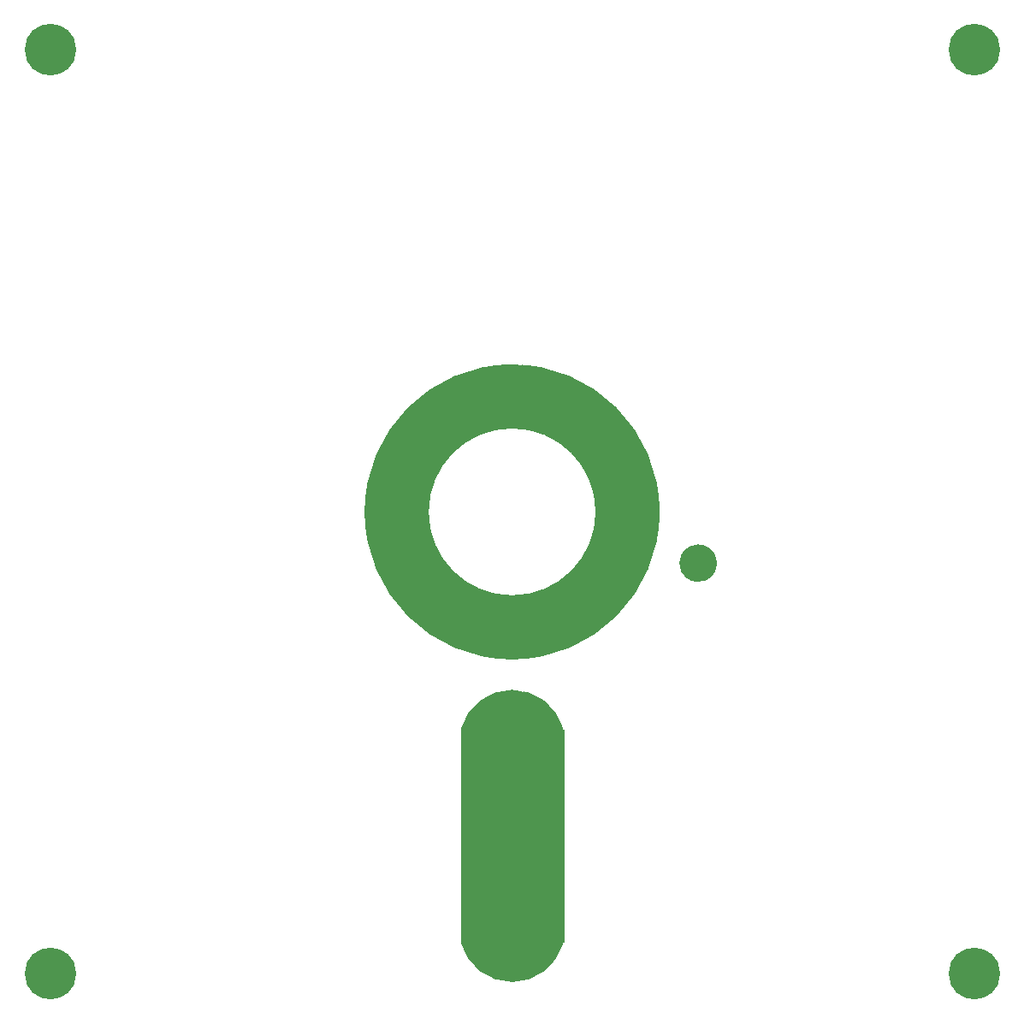
<source format=gbs>
G04 #@! TF.GenerationSoftware,KiCad,Pcbnew,(5.1.5)-3*
G04 #@! TF.CreationDate,2020-10-01T21:58:09+02:00*
G04 #@! TF.ProjectId,C64 Pi1541-II Backplate,43363420-5069-4313-9534-312d49492042,rev?*
G04 #@! TF.SameCoordinates,Original*
G04 #@! TF.FileFunction,Soldermask,Bot*
G04 #@! TF.FilePolarity,Negative*
%FSLAX46Y46*%
G04 Gerber Fmt 4.6, Leading zero omitted, Abs format (unit mm)*
G04 Created by KiCad (PCBNEW (5.1.5)-3) date 2020-10-01 21:58:09*
%MOMM*%
%LPD*%
G04 APERTURE LIST*
%ADD10C,3.800000*%
%ADD11C,1.250000*%
%ADD12C,0.100000*%
%ADD13C,1.150000*%
%ADD14C,5.100000*%
G04 APERTURE END LIST*
D10*
X131445000Y-103505000D02*
G75*
G03X131445000Y-103505000I-10160000J0D01*
G01*
D11*
X118110000Y-144780000D02*
G75*
G03X124460000Y-144780000I3175000J1270000D01*
G01*
X124460000Y-127000000D02*
G75*
G03X118110000Y-127000000I-3175000J-1270000D01*
G01*
X124460000Y-126365000D02*
G75*
G03X118110000Y-126365000I-3175000J-1270000D01*
G01*
X125577227Y-125918109D02*
G75*
G03X116840000Y-126365000I-4292227J-1716891D01*
G01*
X118110000Y-144145000D02*
G75*
G03X124460000Y-144145000I3175000J1270000D01*
G01*
X125730000Y-125095000D02*
G75*
G03X116840000Y-125095000I-4445000J-1270000D01*
G01*
X125730000Y-125730000D02*
G75*
G03X116840000Y-125730000I-4445000J-1270000D01*
G01*
X116840000Y-146050000D02*
G75*
G03X125730000Y-146050000I4445000J1270000D01*
G01*
D12*
G36*
X126365000Y-146050000D02*
G01*
X116205000Y-146050000D01*
X116205000Y-125095000D01*
X126365000Y-125095000D01*
X126365000Y-146050000D01*
G37*
X126365000Y-146050000D02*
X116205000Y-146050000D01*
X116205000Y-125095000D01*
X126365000Y-125095000D01*
X126365000Y-146050000D01*
D11*
X116992774Y-145861892D02*
G75*
G03X125730000Y-145415000I4292226J1716892D01*
G01*
X116992773Y-145226891D02*
G75*
G03X125730000Y-144780000I4292227J1716891D01*
G01*
D13*
X140970000Y-108585000D02*
G75*
G03X140970000Y-108585000I-1270000J0D01*
G01*
X140970000Y-108585000D02*
G75*
G03X140970000Y-108585000I-1270000J0D01*
G01*
D12*
G36*
X140462000Y-109220000D02*
G01*
X138938000Y-109220000D01*
X138938000Y-107696000D01*
X140462000Y-107696000D01*
X140462000Y-109220000D01*
G37*
X140462000Y-109220000D02*
X138938000Y-109220000D01*
X138938000Y-107696000D01*
X140462000Y-107696000D01*
X140462000Y-109220000D01*
D13*
X140335000Y-108585000D02*
G75*
G03X140335000Y-108585000I-635000J0D01*
G01*
X140970000Y-108585000D02*
G75*
G03X140970000Y-108585000I-1270000J0D01*
G01*
D10*
X133985000Y-103505000D02*
G75*
G03X133985000Y-103505000I-12700000J0D01*
G01*
D14*
X75565000Y-149225000D03*
X167005000Y-149225000D03*
X167005000Y-57785000D03*
X75565000Y-57785000D03*
M02*

</source>
